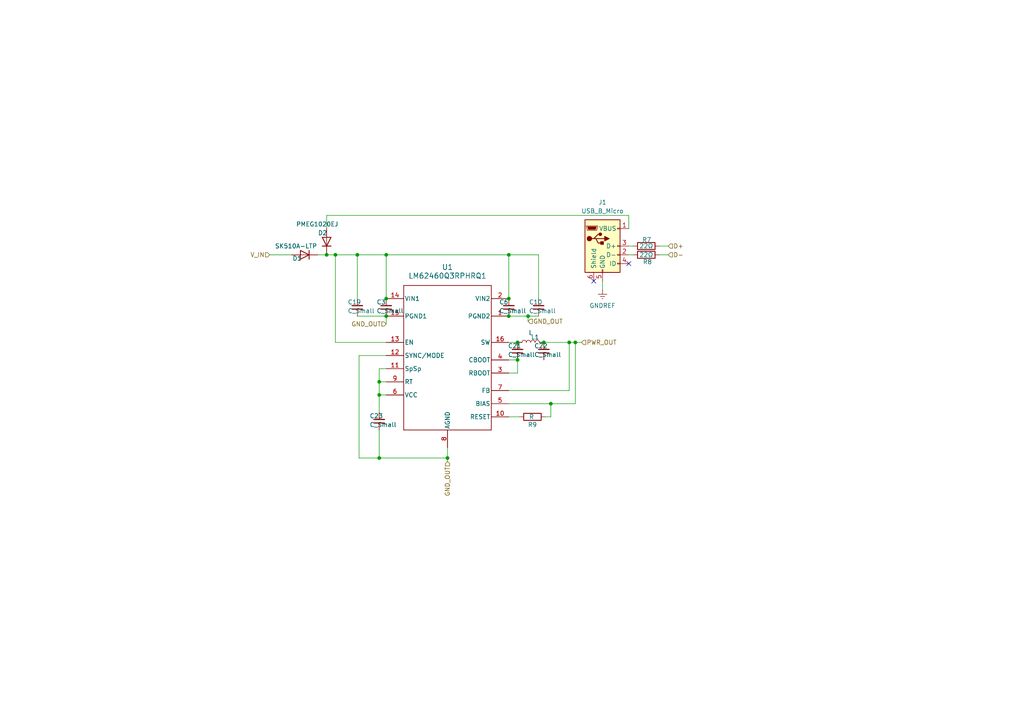
<source format=kicad_sch>
(kicad_sch (version 20230121) (generator eeschema)
  (paper "A4")
  (title_block (title "WINTER Power Systems") (date "2024-02-11") (rev "3.1"))
  (lib_symbols
    (symbol "Connector:USB_B_Micro" (pin_names (offset 1.016))
      (property "Reference" "J" (at -5.08 11.43 0))
      (property "Value" "USB_B_Micro" (at -5.08 8.89 0))
      (symbol "USB_B_Micro_0_1"
        (rectangle (start -5.08 -7.62) (end 5.08 7.62) (stroke (width 0.254)) (fill (type background)))
        (circle (center -3.81 2.159) (radius 0.635) (stroke (width 0.254)) (fill (type outline)))
        (circle (center -0.635 3.429) (radius 0.381) (stroke (width 0.254)) (fill (type outline)))
        (rectangle (start -0.127 -7.62) (end 0.127 -6.858))
        (polyline (pts (xy -1.905 2.159) (xy 0.635 2.159)) (stroke (width 0.254)))
        (polyline (pts (xy -3.175 2.159) (xy -2.54 2.159) (xy -1.27 3.429) (xy -0.635 3.429)) (stroke (width 0.254)))
        (polyline (pts (xy -2.54 2.159) (xy -1.905 2.159) (xy -1.27 0.889) (xy 0 0.889)) (stroke (width 0.254)))
        (polyline (pts (xy 0.635 2.794) (xy 0.635 1.524) (xy 1.905 2.159) (xy 0.635 2.794)) (stroke (width 0.254)) (fill (type outline)))
        (polyline (pts (xy -4.318 5.588) (xy -1.778 5.588) (xy -2.032 4.826) (xy -4.064 4.826) (xy -4.318 5.588)) (fill (type outline)))
        (polyline (pts (xy -4.699 5.842) (xy -4.699 5.588) (xy -4.445 4.826) (xy -4.445 4.572) (xy -1.651 4.572) (xy -1.651 4.826) (xy -1.397 5.588) (xy -1.397 5.842) (xy -4.699 5.842)))
        (rectangle (start 0.254 1.27) (end -0.508 0.508) (stroke (width 0.254)) (fill (type outline)))
        (rectangle (start 5.08 -5.207) (end 4.318 -4.953))
        (rectangle (start 5.08 -2.667) (end 4.318 -2.413))
        (rectangle (start 5.08 -0.127) (end 4.318 0.127))
        (rectangle (start 5.08 4.953) (end 4.318 5.207))
      )
      (symbol "USB_B_Micro_1_1"
        (pin power_out line (at 7.62 5.08 180) (length 2.54) (name "VBUS") (number "1"))
        (pin bidirectional line (at 7.62 -2.54 180) (length 2.54) (name "D-") (number "2"))
        (pin bidirectional line (at 7.62 0 180) (length 2.54) (name "D+") (number "3"))
        (pin passive line (at 7.62 -5.08 180) (length 2.54) (name "ID") (number "4"))
        (pin power_out line (at 0 -10.16 90) (length 2.54) (name "GND") (number "5"))
        (pin passive line (at -2.54 -10.16 90) (length 2.54) (name "Shield") (number "6"))
      )
    )
    (symbol "Device:C_Small" (pin_numbers hide) (pin_names (offset 0.254) hide)
      (property "Reference" "C" (at 0.254 1.778 0))
      (property "Value" "C_Small" (at 0.254 -2.032 0))
      (symbol "C_Small_0_1"
        (polyline (pts (xy -1.524 -0.508) (xy 1.524 -0.508)) (stroke (width 0.3302)))
        (polyline (pts (xy -1.524 0.508) (xy 1.524 0.508)) (stroke (width 0.3048)))
      )
      (symbol "C_Small_1_1"
        (pin passive line (at 0 2.54 270) (length 2.032) (name "~") (number "1"))
        (pin passive line (at 0 -2.54 90) (length 2.032) (name "~") (number "2"))
      )
    )
    (symbol "Device:D" (pin_numbers hide) (pin_names (offset 1.016) hide)
      (property "Reference" "D" (at 0 2.54 0))
      (property "Value" "D" (at 0 -2.54 0))
      (symbol "D_0_1"
        (polyline (pts (xy -1.27 1.27) (xy -1.27 -1.27)) (stroke (width 0.254)))
        (polyline (pts (xy 1.27 0) (xy -1.27 0)))
        (polyline (pts (xy 1.27 1.27) (xy 1.27 -1.27) (xy -1.27 0) (xy 1.27 1.27)) (stroke (width 0.254)))
      )
      (symbol "D_1_1"
        (pin passive line (at -3.81 0 0) (length 2.54) (name "K") (number "1"))
        (pin passive line (at 3.81 0 180) (length 2.54) (name "A") (number "2"))
      )
    )
    (symbol "Device:L" (pin_numbers hide) (pin_names (offset 1.016) hide)
      (property "Reference" "L" (at -1.27 0 90))
      (property "Value" "L" (at 1.905 0 90))
      (symbol "L_0_1"
        (arc (start 0 -2.54) (mid 0.6323 -1.905) (end 0 -1.27))
        (arc (start 0 -1.27) (mid 0.6323 -0.635) (end 0 0))
        (arc (start 0 0) (mid 0.6323 0.635) (end 0 1.27))
        (arc (start 0 1.27) (mid 0.6323 1.905) (end 0 2.54))
      )
      (symbol "L_1_1"
        (pin passive line (at 0 3.81 270) (length 1.27) (name "1") (number "1"))
        (pin passive line (at 0 -3.81 90) (length 1.27) (name "2") (number "2"))
      )
    )
    (symbol "Device:R" (pin_numbers hide) (pin_names (offset 0))
      (property "Reference" "R" (at 2.032 0 90))
      (property "Value" "R" (at 0 0 90))
      (symbol "R_0_1"
        (rectangle (start -1.016 -2.54) (end 1.016 2.54) (stroke (width 0.254)))
      )
      (symbol "R_1_1"
        (pin passive line (at 0 3.81 270) (length 1.27) (name "~") (number "1"))
        (pin passive line (at 0 -3.81 90) (length 1.27) (name "~") (number "2"))
      )
    )
    (symbol "power:GNDREF" (power) (pin_names (offset 0))
      (property "Value" "GNDREF" (at 0 -3.81 0))
      (symbol "GNDREF_0_1"
        (polyline (pts (xy -0.635 -1.905) (xy 0.635 -1.905)))
        (polyline (pts (xy -0.127 -2.54) (xy 0.127 -2.54)))
        (polyline (pts (xy 0 -1.27) (xy 0 0)))
        (polyline (pts (xy 1.27 -1.27) (xy -1.27 -1.27)))
      )
      (symbol "GNDREF_1_1"
        (pin power_in line (at 0 0 270) (length 0) hide (name "GNDREF") (number "1"))
      )
    )
    (symbol "rev3_components:LM62460Q3RPHRQ1" (pin_names (offset 0.254))
      (property "Reference" "U" (at -45.72 -33.02 0))
      (property "Value" "LM62460Q3RPHRQ1" (at -45.72 -35.56 0))
      (symbol "LM62460Q3RPHRQ1_0_1"
        (polyline (pts (xy -12.7 -16.51) (xy 12.7 -16.51)) (stroke (width 0.2032)))
        (polyline (pts (xy -12.7 25.4) (xy -12.7 -16.51)) (stroke (width 0.2032)))
        (polyline (pts (xy 12.7 -16.51) (xy 12.7 25.4)) (stroke (width 0.2032)))
        (polyline (pts (xy 12.7 25.4) (xy -12.7 25.4)) (stroke (width 0.2032)))
        (pin input line (at 17.78 -12.7 180) (length 5.08) (name "RESET") (number "10"))
        (pin unspecified line (at -17.78 1.27 0) (length 5.08) (name "SpSp") (number "11"))
        (pin input line (at -17.78 8.89 0) (length 5.08) (name "EN") (number "13"))
        (pin power_in line (at 17.78 8.89 180) (length 5.08) (name "SW") (number "16"))
        (pin unspecified line (at 17.78 0 180) (length 5.08) (name "RBOOT") (number "3"))
        (pin unspecified line (at 17.78 3.81 180) (length 5.08) (name "CBOOT") (number "4"))
        (pin unspecified line (at 17.78 -8.89 180) (length 5.08) (name "BIAS") (number "5"))
        (pin power_in line (at -17.78 -6.35 0) (length 5.08) (name "VCC") (number "6"))
        (pin input line (at 17.78 -5.08 180) (length 5.08) (name "FB") (number "7"))
        (pin power_in line (at 0 -21.59 90) (length 5.08) (name "AGND") (number "8"))
        (pin unspecified line (at -17.78 -2.54 0) (length 5.08) (name "RT") (number "9"))
      )
      (symbol "LM62460Q3RPHRQ1_1_1"
        (pin power_in line (at 17.78 16.51 180) (length 5.08) (name "PGND2") (number "1"))
        (pin input line (at -17.78 5.08 0) (length 5.08) (name "SYNC/MODE") (number "12"))
        (pin power_in line (at -17.78 21.59 0) (length 5.08) (name "VIN1") (number "14"))
        (pin power_in line (at -17.78 16.51 0) (length 5.08) (name "PGND1") (number "15"))
        (pin power_in line (at 17.78 21.59 180) (length 5.08) (name "VIN2") (number "2"))
      )
    )
  )
  (junction (at 109.982 114.554))
  (junction (at 129.794 132.842))
  (junction (at 94.742 73.914))
  (junction (at 147.574 91.694))
  (junction (at 150.114 99.314))
  (junction (at 103.632 73.914))
  (junction (at 159.766 117.094))
  (junction (at 150.114 104.394))
  (junction (at 109.982 132.842))
  (junction (at 112.014 86.614))
  (junction (at 165.1 99.314))
  (junction (at 109.982 110.744))
  (junction (at 157.734 99.314))
  (junction (at 112.014 73.914))
  (junction (at 97.282 73.914))
  (junction (at 147.574 86.614))
  (junction (at 166.878 99.314))
  (junction (at 147.574 73.914))
  (junction (at 112.014 91.694))
  (junction (at 153.162 91.694))
  (no_connect (at 172.212 81.534))
  (no_connect (at 182.372 76.454))
  (wire (pts (xy 94.742 73.914) (xy 97.282 73.914)))
  (wire (pts (xy 109.982 132.842) (xy 129.794 132.842)))
  (wire (pts (xy 191.262 73.914) (xy 193.802 73.914)))
  (wire (pts (xy 191.262 71.374) (xy 193.802 71.374)))
  (wire (pts (xy 92.202 73.914) (xy 94.742 73.914)))
  (wire (pts (xy 104.14 103.124) (xy 104.14 132.842)))
  (wire (pts (xy 109.982 114.554) (xy 112.014 114.554)))
  (wire (pts (xy 182.372 73.914) (xy 183.642 73.914)))
  (wire (pts (xy 109.982 110.744) (xy 109.982 114.554)))
  (wire (pts (xy 94.742 62.484) (xy 94.742 66.294)))
  (wire (pts (xy 156.21 73.914) (xy 156.21 86.614)))
  (wire (pts (xy 158.242 120.904) (xy 159.766 120.904)))
  (wire (pts (xy 182.372 66.294) (xy 182.372 62.484)))
  (wire (pts (xy 129.794 132.842) (xy 129.794 133.858)))
  (wire (pts (xy 166.878 99.314) (xy 168.656 99.314)))
  (wire (pts (xy 147.574 113.284) (xy 165.1 113.284)))
  (wire (pts (xy 147.574 117.094) (xy 159.766 117.094)))
  (wire (pts (xy 112.014 106.934) (xy 109.982 106.934)))
  (wire (pts (xy 153.162 93.218) (xy 153.162 91.694)))
  (wire (pts (xy 103.632 91.694) (xy 112.014 91.694)))
  (wire (pts (xy 159.766 117.094) (xy 166.878 117.094)))
  (wire (pts (xy 182.372 62.484) (xy 94.742 62.484)))
  (wire (pts (xy 112.014 91.694) (xy 112.014 93.98)))
  (wire (pts (xy 109.982 124.714) (xy 109.982 132.842)))
  (wire (pts (xy 150.114 108.204) (xy 150.114 104.394)))
  (wire (pts (xy 147.574 73.914) (xy 147.574 86.614)))
  (wire (pts (xy 112.014 110.744) (xy 109.982 110.744)))
  (wire (pts (xy 109.982 114.554) (xy 109.982 119.634)))
  (wire (pts (xy 174.752 84.074) (xy 174.752 81.534)))
  (wire (pts (xy 147.574 91.694) (xy 153.162 91.694)))
  (wire (pts (xy 78.232 73.914) (xy 84.582 73.914)))
  (wire (pts (xy 159.766 120.904) (xy 159.766 117.094)))
  (wire (pts (xy 112.014 73.914) (xy 112.014 86.614)))
  (wire (pts (xy 147.574 108.204) (xy 150.114 108.204)))
  (wire (pts (xy 147.574 120.904) (xy 150.622 120.904)))
  (wire (pts (xy 109.982 106.934) (xy 109.982 110.744)))
  (wire (pts (xy 112.014 99.314) (xy 97.282 99.314)))
  (wire (pts (xy 182.372 71.374) (xy 183.642 71.374)))
  (wire (pts (xy 147.574 99.314) (xy 150.114 99.314)))
  (wire (pts (xy 147.574 73.914) (xy 156.21 73.914)))
  (wire (pts (xy 97.282 99.314) (xy 97.282 73.914)))
  (wire (pts (xy 104.14 132.842) (xy 109.982 132.842)))
  (wire (pts (xy 166.878 99.314) (xy 166.878 117.094)))
  (wire (pts (xy 112.014 73.914) (xy 147.574 73.914)))
  (wire (pts (xy 147.574 104.394) (xy 150.114 104.394)))
  (wire (pts (xy 153.162 91.694) (xy 156.21 91.694)))
  (wire (pts (xy 97.282 73.914) (xy 103.632 73.914)))
  (wire (pts (xy 103.632 73.914) (xy 112.014 73.914)))
  (wire (pts (xy 165.1 99.314) (xy 165.1 113.284)))
  (wire (pts (xy 103.632 73.914) (xy 103.632 86.614)))
  (wire (pts (xy 165.1 99.314) (xy 166.878 99.314)))
  (wire (pts (xy 157.734 99.314) (xy 165.1 99.314)))
  (wire (pts (xy 129.794 129.794) (xy 129.794 132.842)))
  (wire (pts (xy 112.014 103.124) (xy 104.14 103.124)))
  (hierarchical_label "PWR_OUT" (shape input) (at 168.656 99.314 0))
  (hierarchical_label "GND_OUT" (shape input) (at 129.794 133.858 270))
  (hierarchical_label "GND_OUT" (shape input) (at 153.162 93.218 0))
  (hierarchical_label "D+" (shape input) (at 193.802 71.374 0))
  (hierarchical_label "GND_OUT" (shape input) (at 112.014 93.98 180))
  (hierarchical_label "D-" (shape input) (at 193.802 73.914 0))
  (hierarchical_label "V_IN" (shape input) (at 78.232 73.914 180))
  (symbol (lib_id "Device:R") (at 187.452 71.374 90) (unit 1)
    (property "Reference" "R7" (at 187.5698 69.5467 90))
    (property "Value" "22Ω" (at 187.452 71.374 90))
    (property "Footprint" "Resistor_SMD:R_0603_1608Metric" (effects hide))
  )
  (symbol (lib_id "Device:C_Small") (at 157.734 101.854 180) (unit 1)
    (property "Reference" "C22" (at 154.94 100.33 0) (effects (justify right)))
    (property "Value" "C_Small" (at 154.94 102.87 0) (effects (justify right)))
    (property "Footprint" "Capacitor_SMD:C_0603_1608Metric" (effects hide))
  )
  (symbol (lib_id "Device:D") (at 88.392 73.914 180) (unit 1)
    (property "Reference" "D1" (at 86.17 74.9425 0))
    (property "Value" "SK510A-LTP" (at 85.852 71.374 0))
    (property "Footprint" "Diode_SMD:D_SMA" (effects hide))
  )
  (symbol (lib_id "Device:C_Small") (at 156.21 89.154 180) (unit 1)
    (property "Reference" "C10" (at 153.416 87.63 0) (effects (justify right)))
    (property "Value" "C_Small" (at 153.416 90.17 0) (effects (justify right)))
    (property "Footprint" "Capacitor_SMD:C_0603_1608Metric" (effects hide))
  )
  (symbol (lib_id "Connector:USB_B_Micro") (at 174.752 71.374 0) (unit 1)
    (property "Reference" "J1" (at 174.752 58.674 0))
    (property "Value" "USB_B_Micro" (at 174.752 61.214 0))
    (property "Footprint" "Connector_USB:USB_Micro-B_GCT_USB3076-30-A" (effects hide))
  )
  (symbol (lib_id "rev3_components:LM62460Q3RPHRQ1") (at 129.794 108.204 0) (unit 1)
    (property "Reference" "U1" (at 129.794 77.47 0) (effects (font (size 1.524 1.524))))
    (property "Value" "LM62460Q3RPHRQ1" (at 129.794 80.01 0) (effects (font (size 1.524 1.524))))
    (property "Footprint" "rev3footprints:LM62460Q3RPHQ1" (effects hide))
    (property "Datasheet" "LM62460Q3RPHRQ1" (effects hide))
  )
  (symbol (lib_id "power:GNDREF") (at 174.752 84.074 0) (unit 1)
    (property "Reference" "#PWR048" (effects hide))
    (property "Value" "GNDREF" (at 174.752 88.646 0))
  )
  (symbol (lib_id "Device:C_Small") (at 147.574 89.154 180) (unit 1)
    (property "Reference" "C6" (at 144.78 87.63 0) (effects (justify right)))
    (property "Value" "C_Small" (at 144.78 90.17 0) (effects (justify right)))
    (property "Footprint" "Capacitor_SMD:C_0603_1608Metric" (effects hide))
  )
  (symbol (lib_id "Device:C_Small") (at 150.114 101.854 180) (unit 1)
    (property "Reference" "C21" (at 147.32 100.33 0) (effects (justify right)))
    (property "Value" "C_Small" (at 147.32 102.87 0) (effects (justify right)))
    (property "Footprint" "Capacitor_SMD:C_0603_1608Metric" (effects hide))
  )
  (symbol (lib_id "Device:D") (at 94.742 70.104 90) (unit 1)
    (property "Reference" "D2" (at 92.202 67.564 90) (effects (justify right)))
    (property "Value" "PMEG1020EJ" (at 85.852 65.024 90) (effects (justify right)))
    (property "Footprint" "Diode_SMD:D_SOD-323F" (effects hide))
  )
  (symbol (lib_id "Device:C_Small") (at 103.632 89.154 180) (unit 1)
    (property "Reference" "C19" (at 100.838 87.63 0) (effects (justify right)))
    (property "Value" "C_Small" (at 100.838 90.17 0) (effects (justify right)))
    (property "Footprint" "Capacitor_SMD:C_0603_1608Metric" (effects hide))
  )
  (symbol (lib_id "Device:C_Small") (at 112.014 89.154 180) (unit 1)
    (property "Reference" "C3" (at 109.22 87.63 0) (effects (justify right)))
    (property "Value" "C_Small" (at 109.22 90.17 0) (effects (justify right)))
    (property "Footprint" "Capacitor_SMD:C_0603_1608Metric" (effects hide))
  )
  (symbol (lib_id "Device:L") (at 153.924 99.314 90) (unit 1)
    (property "Reference" "L1" (at 155.194 97.79 90))
    (property "Value" "L" (at 153.924 96.52 90))
    (property "Footprint" "Inductor_SMD:L_0603_1608Metric" (effects hide))
  )
  (symbol (lib_id "Device:C_Small") (at 109.982 122.174 180) (unit 1)
    (property "Reference" "C23" (at 107.188 120.65 0) (effects (justify right)))
    (property "Value" "C_Small" (at 107.188 123.19 0) (effects (justify right)))
    (property "Footprint" "Capacitor_SMD:C_0603_1608Metric" (effects hide))
  )
  (symbol (lib_id "Device:R") (at 154.432 120.904 270) (unit 1)
    (property "Reference" "R9" (at 154.432 123.19 90))
    (property "Value" "R" (at 154.178 120.904 90))
    (property "Footprint" "Resistor_SMD:R_0603_1608Metric" (effects hide))
  )
  (symbol (lib_id "Device:R") (at 187.452 73.914 90) (unit 1)
    (property "Reference" "R8" (at 187.7822 75.9634 90))
    (property "Value" "22Ω" (at 187.452 73.914 90))
    (property "Footprint" "Resistor_SMD:R_0603_1608Metric" (effects hide))
  )
)
</source>
